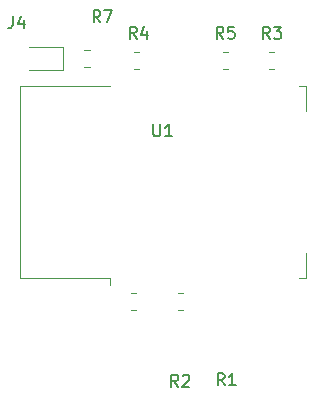
<source format=gbr>
G04 #@! TF.GenerationSoftware,KiCad,Pcbnew,6.0.5+dfsg-1~bpo11+1*
G04 #@! TF.ProjectId,_autosave-esp8266_pzem16_ac,5f617574-6f73-4617-9665-2d6573703832,rev?*
G04 #@! TF.SameCoordinates,Original*
G04 #@! TF.FileFunction,Legend,Top*
G04 #@! TF.FilePolarity,Positive*
%FSLAX46Y46*%
G04 Gerber Fmt 4.6, Leading zero omitted, Abs format (unit mm)*
%MOMM*%
%LPD*%
G01*
G04 APERTURE LIST*
%ADD10C,0.150000*%
%ADD11C,0.120000*%
%ADD12R,1.000000X2.500000*%
%ADD13R,1.800000X1.000000*%
G04 APERTURE END LIST*
D10*
X81621333Y-31313380D02*
X81288000Y-30837190D01*
X81049904Y-31313380D02*
X81049904Y-30313380D01*
X81430857Y-30313380D01*
X81526095Y-30361000D01*
X81573714Y-30408619D01*
X81621333Y-30503857D01*
X81621333Y-30646714D01*
X81573714Y-30741952D01*
X81526095Y-30789571D01*
X81430857Y-30837190D01*
X81049904Y-30837190D01*
X81954666Y-30313380D02*
X82573714Y-30313380D01*
X82240380Y-30694333D01*
X82383238Y-30694333D01*
X82478476Y-30741952D01*
X82526095Y-30789571D01*
X82573714Y-30884809D01*
X82573714Y-31122904D01*
X82526095Y-31218142D01*
X82478476Y-31265761D01*
X82383238Y-31313380D01*
X82097523Y-31313380D01*
X82002285Y-31265761D01*
X81954666Y-31218142D01*
X77787833Y-60650380D02*
X77454500Y-60174190D01*
X77216404Y-60650380D02*
X77216404Y-59650380D01*
X77597357Y-59650380D01*
X77692595Y-59698000D01*
X77740214Y-59745619D01*
X77787833Y-59840857D01*
X77787833Y-59983714D01*
X77740214Y-60078952D01*
X77692595Y-60126571D01*
X77597357Y-60174190D01*
X77216404Y-60174190D01*
X78740214Y-60650380D02*
X78168785Y-60650380D01*
X78454500Y-60650380D02*
X78454500Y-59650380D01*
X78359261Y-59793238D01*
X78264023Y-59888476D01*
X78168785Y-59936095D01*
X77684333Y-31313380D02*
X77351000Y-30837190D01*
X77112904Y-31313380D02*
X77112904Y-30313380D01*
X77493857Y-30313380D01*
X77589095Y-30361000D01*
X77636714Y-30408619D01*
X77684333Y-30503857D01*
X77684333Y-30646714D01*
X77636714Y-30741952D01*
X77589095Y-30789571D01*
X77493857Y-30837190D01*
X77112904Y-30837190D01*
X78589095Y-30313380D02*
X78112904Y-30313380D01*
X78065285Y-30789571D01*
X78112904Y-30741952D01*
X78208142Y-30694333D01*
X78446238Y-30694333D01*
X78541476Y-30741952D01*
X78589095Y-30789571D01*
X78636714Y-30884809D01*
X78636714Y-31122904D01*
X78589095Y-31218142D01*
X78541476Y-31265761D01*
X78446238Y-31313380D01*
X78208142Y-31313380D01*
X78112904Y-31265761D01*
X78065285Y-31218142D01*
X67270333Y-29916380D02*
X66937000Y-29440190D01*
X66698904Y-29916380D02*
X66698904Y-28916380D01*
X67079857Y-28916380D01*
X67175095Y-28964000D01*
X67222714Y-29011619D01*
X67270333Y-29106857D01*
X67270333Y-29249714D01*
X67222714Y-29344952D01*
X67175095Y-29392571D01*
X67079857Y-29440190D01*
X66698904Y-29440190D01*
X67603666Y-28916380D02*
X68270333Y-28916380D01*
X67841761Y-29916380D01*
X59864666Y-29424380D02*
X59864666Y-30138666D01*
X59817047Y-30281523D01*
X59721809Y-30376761D01*
X59578952Y-30424380D01*
X59483714Y-30424380D01*
X60769428Y-29757714D02*
X60769428Y-30424380D01*
X60531333Y-29376761D02*
X60293238Y-30091047D01*
X60912285Y-30091047D01*
X70341833Y-31313380D02*
X70008500Y-30837190D01*
X69770404Y-31313380D02*
X69770404Y-30313380D01*
X70151357Y-30313380D01*
X70246595Y-30361000D01*
X70294214Y-30408619D01*
X70341833Y-30503857D01*
X70341833Y-30646714D01*
X70294214Y-30741952D01*
X70246595Y-30789571D01*
X70151357Y-30837190D01*
X69770404Y-30837190D01*
X71198976Y-30646714D02*
X71198976Y-31313380D01*
X70960880Y-30265761D02*
X70722785Y-30980047D01*
X71341833Y-30980047D01*
X71755095Y-38568380D02*
X71755095Y-39377904D01*
X71802714Y-39473142D01*
X71850333Y-39520761D01*
X71945571Y-39568380D01*
X72136047Y-39568380D01*
X72231285Y-39520761D01*
X72278904Y-39473142D01*
X72326523Y-39377904D01*
X72326523Y-38568380D01*
X73326523Y-39568380D02*
X72755095Y-39568380D01*
X73040809Y-39568380D02*
X73040809Y-38568380D01*
X72945571Y-38711238D01*
X72850333Y-38806476D01*
X72755095Y-38854095D01*
X73850833Y-60777380D02*
X73517500Y-60301190D01*
X73279404Y-60777380D02*
X73279404Y-59777380D01*
X73660357Y-59777380D01*
X73755595Y-59825000D01*
X73803214Y-59872619D01*
X73850833Y-59967857D01*
X73850833Y-60110714D01*
X73803214Y-60205952D01*
X73755595Y-60253571D01*
X73660357Y-60301190D01*
X73279404Y-60301190D01*
X74231785Y-59872619D02*
X74279404Y-59825000D01*
X74374642Y-59777380D01*
X74612738Y-59777380D01*
X74707976Y-59825000D01*
X74755595Y-59872619D01*
X74803214Y-59967857D01*
X74803214Y-60063095D01*
X74755595Y-60205952D01*
X74184166Y-60777380D01*
X74803214Y-60777380D01*
D11*
X81560936Y-33882000D02*
X82015064Y-33882000D01*
X81560936Y-32412000D02*
X82015064Y-32412000D01*
X74291564Y-54329000D02*
X73837436Y-54329000D01*
X74291564Y-52859000D02*
X73837436Y-52859000D01*
X77623936Y-32412000D02*
X78078064Y-32412000D01*
X77623936Y-33882000D02*
X78078064Y-33882000D01*
X66370564Y-33755000D02*
X65916436Y-33755000D01*
X66370564Y-32285000D02*
X65916436Y-32285000D01*
X64081000Y-32060000D02*
X61221000Y-32060000D01*
X61221000Y-33980000D02*
X64081000Y-33980000D01*
X64081000Y-33980000D02*
X64081000Y-32060000D01*
X70130936Y-33882000D02*
X70585064Y-33882000D01*
X70130936Y-32412000D02*
X70585064Y-32412000D01*
X68075000Y-51554000D02*
X68075000Y-52164000D01*
X84075000Y-35314000D02*
X84695000Y-35314000D01*
X84695000Y-35314000D02*
X84695000Y-37434000D01*
X60455000Y-51554000D02*
X60455000Y-35314000D01*
X84695000Y-51554000D02*
X84075000Y-51554000D01*
X68075000Y-51554000D02*
X60455000Y-51554000D01*
X60455000Y-35314000D02*
X68075000Y-35314000D01*
X84695000Y-49434000D02*
X84695000Y-51554000D01*
X70331064Y-52859000D02*
X69876936Y-52859000D01*
X70331064Y-54329000D02*
X69876936Y-54329000D01*
%LPC*%
G36*
G01*
X80363000Y-33597000D02*
X80363000Y-32697000D01*
G75*
G02*
X80613000Y-32447000I250000J0D01*
G01*
X81138000Y-32447000D01*
G75*
G02*
X81388000Y-32697000I0J-250000D01*
G01*
X81388000Y-33597000D01*
G75*
G02*
X81138000Y-33847000I-250000J0D01*
G01*
X80613000Y-33847000D01*
G75*
G02*
X80363000Y-33597000I0J250000D01*
G01*
G37*
G36*
G01*
X82188000Y-33597000D02*
X82188000Y-32697000D01*
G75*
G02*
X82438000Y-32447000I250000J0D01*
G01*
X82963000Y-32447000D01*
G75*
G02*
X83213000Y-32697000I0J-250000D01*
G01*
X83213000Y-33597000D01*
G75*
G02*
X82963000Y-33847000I-250000J0D01*
G01*
X82438000Y-33847000D01*
G75*
G02*
X82188000Y-33597000I0J250000D01*
G01*
G37*
G36*
G01*
X75489500Y-53144000D02*
X75489500Y-54044000D01*
G75*
G02*
X75239500Y-54294000I-250000J0D01*
G01*
X74714500Y-54294000D01*
G75*
G02*
X74464500Y-54044000I0J250000D01*
G01*
X74464500Y-53144000D01*
G75*
G02*
X74714500Y-52894000I250000J0D01*
G01*
X75239500Y-52894000D01*
G75*
G02*
X75489500Y-53144000I0J-250000D01*
G01*
G37*
G36*
G01*
X73664500Y-53144000D02*
X73664500Y-54044000D01*
G75*
G02*
X73414500Y-54294000I-250000J0D01*
G01*
X72889500Y-54294000D01*
G75*
G02*
X72639500Y-54044000I0J250000D01*
G01*
X72639500Y-53144000D01*
G75*
G02*
X72889500Y-52894000I250000J0D01*
G01*
X73414500Y-52894000D01*
G75*
G02*
X73664500Y-53144000I0J-250000D01*
G01*
G37*
G36*
G01*
X76426000Y-33597000D02*
X76426000Y-32697000D01*
G75*
G02*
X76676000Y-32447000I250000J0D01*
G01*
X77201000Y-32447000D01*
G75*
G02*
X77451000Y-32697000I0J-250000D01*
G01*
X77451000Y-33597000D01*
G75*
G02*
X77201000Y-33847000I-250000J0D01*
G01*
X76676000Y-33847000D01*
G75*
G02*
X76426000Y-33597000I0J250000D01*
G01*
G37*
G36*
G01*
X78251000Y-33597000D02*
X78251000Y-32697000D01*
G75*
G02*
X78501000Y-32447000I250000J0D01*
G01*
X79026000Y-32447000D01*
G75*
G02*
X79276000Y-32697000I0J-250000D01*
G01*
X79276000Y-33597000D01*
G75*
G02*
X79026000Y-33847000I-250000J0D01*
G01*
X78501000Y-33847000D01*
G75*
G02*
X78251000Y-33597000I0J250000D01*
G01*
G37*
G36*
G01*
X67568500Y-32570000D02*
X67568500Y-33470000D01*
G75*
G02*
X67318500Y-33720000I-250000J0D01*
G01*
X66793500Y-33720000D01*
G75*
G02*
X66543500Y-33470000I0J250000D01*
G01*
X66543500Y-32570000D01*
G75*
G02*
X66793500Y-32320000I250000J0D01*
G01*
X67318500Y-32320000D01*
G75*
G02*
X67568500Y-32570000I0J-250000D01*
G01*
G37*
G36*
G01*
X65743500Y-32570000D02*
X65743500Y-33470000D01*
G75*
G02*
X65493500Y-33720000I-250000J0D01*
G01*
X64968500Y-33720000D01*
G75*
G02*
X64718500Y-33470000I0J250000D01*
G01*
X64718500Y-32570000D01*
G75*
G02*
X64968500Y-32320000I250000J0D01*
G01*
X65493500Y-32320000D01*
G75*
G02*
X65743500Y-32570000I0J-250000D01*
G01*
G37*
G36*
G01*
X63821000Y-32570000D02*
X63821000Y-33470000D01*
G75*
G02*
X63571000Y-33720000I-250000J0D01*
G01*
X62921000Y-33720000D01*
G75*
G02*
X62671000Y-33470000I0J250000D01*
G01*
X62671000Y-32570000D01*
G75*
G02*
X62921000Y-32320000I250000J0D01*
G01*
X63571000Y-32320000D01*
G75*
G02*
X63821000Y-32570000I0J-250000D01*
G01*
G37*
G36*
G01*
X61771000Y-32570000D02*
X61771000Y-33470000D01*
G75*
G02*
X61521000Y-33720000I-250000J0D01*
G01*
X60871000Y-33720000D01*
G75*
G02*
X60621000Y-33470000I0J250000D01*
G01*
X60621000Y-32570000D01*
G75*
G02*
X60871000Y-32320000I250000J0D01*
G01*
X61521000Y-32320000D01*
G75*
G02*
X61771000Y-32570000I0J-250000D01*
G01*
G37*
G36*
G01*
X68933000Y-33597000D02*
X68933000Y-32697000D01*
G75*
G02*
X69183000Y-32447000I250000J0D01*
G01*
X69708000Y-32447000D01*
G75*
G02*
X69958000Y-32697000I0J-250000D01*
G01*
X69958000Y-33597000D01*
G75*
G02*
X69708000Y-33847000I-250000J0D01*
G01*
X69183000Y-33847000D01*
G75*
G02*
X68933000Y-33597000I0J250000D01*
G01*
G37*
G36*
G01*
X70758000Y-33597000D02*
X70758000Y-32697000D01*
G75*
G02*
X71008000Y-32447000I250000J0D01*
G01*
X71533000Y-32447000D01*
G75*
G02*
X71783000Y-32697000I0J-250000D01*
G01*
X71783000Y-33597000D01*
G75*
G02*
X71533000Y-33847000I-250000J0D01*
G01*
X71008000Y-33847000D01*
G75*
G02*
X70758000Y-33597000I0J250000D01*
G01*
G37*
D12*
X69075000Y-51034000D03*
X71075000Y-51034000D03*
X73075000Y-51034000D03*
X75075000Y-51034000D03*
X77075000Y-51034000D03*
X79075000Y-51034000D03*
X81075000Y-51034000D03*
X83075000Y-51034000D03*
D13*
X84575000Y-48434000D03*
X84575000Y-46434000D03*
X84575000Y-44434000D03*
X84575000Y-42434000D03*
X84575000Y-40434000D03*
X84575000Y-38434000D03*
D12*
X83075000Y-35834000D03*
X81075000Y-35834000D03*
X79075000Y-35834000D03*
X77075000Y-35834000D03*
X75075000Y-35834000D03*
X73075000Y-35834000D03*
X71075000Y-35834000D03*
X69075000Y-35834000D03*
G36*
G01*
X71529000Y-53144000D02*
X71529000Y-54044000D01*
G75*
G02*
X71279000Y-54294000I-250000J0D01*
G01*
X70754000Y-54294000D01*
G75*
G02*
X70504000Y-54044000I0J250000D01*
G01*
X70504000Y-53144000D01*
G75*
G02*
X70754000Y-52894000I250000J0D01*
G01*
X71279000Y-52894000D01*
G75*
G02*
X71529000Y-53144000I0J-250000D01*
G01*
G37*
G36*
G01*
X69704000Y-53144000D02*
X69704000Y-54044000D01*
G75*
G02*
X69454000Y-54294000I-250000J0D01*
G01*
X68929000Y-54294000D01*
G75*
G02*
X68679000Y-54044000I0J250000D01*
G01*
X68679000Y-53144000D01*
G75*
G02*
X68929000Y-52894000I250000J0D01*
G01*
X69454000Y-52894000D01*
G75*
G02*
X69704000Y-53144000I0J-250000D01*
G01*
G37*
M02*

</source>
